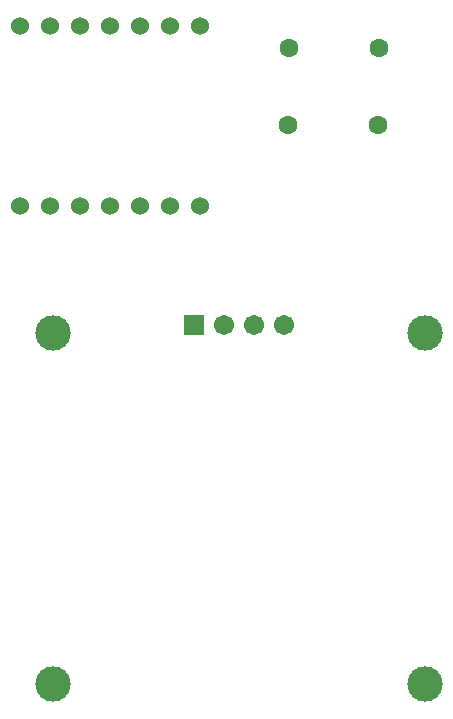
<source format=gbr>
%TF.GenerationSoftware,KiCad,Pcbnew,9.0.2*%
%TF.CreationDate,2025-08-03T00:22:43-03:00*%
%TF.ProjectId,hermes,6865726d-6573-42e6-9b69-6361645f7063,rev?*%
%TF.SameCoordinates,Original*%
%TF.FileFunction,Soldermask,Bot*%
%TF.FilePolarity,Negative*%
%FSLAX46Y46*%
G04 Gerber Fmt 4.6, Leading zero omitted, Abs format (unit mm)*
G04 Created by KiCad (PCBNEW 9.0.2) date 2025-08-03 00:22:43*
%MOMM*%
%LPD*%
G01*
G04 APERTURE LIST*
G04 Aperture macros list*
%AMRoundRect*
0 Rectangle with rounded corners*
0 $1 Rounding radius*
0 $2 $3 $4 $5 $6 $7 $8 $9 X,Y pos of 4 corners*
0 Add a 4 corners polygon primitive as box body*
4,1,4,$2,$3,$4,$5,$6,$7,$8,$9,$2,$3,0*
0 Add four circle primitives for the rounded corners*
1,1,$1+$1,$2,$3*
1,1,$1+$1,$4,$5*
1,1,$1+$1,$6,$7*
1,1,$1+$1,$8,$9*
0 Add four rect primitives between the rounded corners*
20,1,$1+$1,$2,$3,$4,$5,0*
20,1,$1+$1,$4,$5,$6,$7,0*
20,1,$1+$1,$6,$7,$8,$9,0*
20,1,$1+$1,$8,$9,$2,$3,0*%
G04 Aperture macros list end*
%ADD10C,1.524000*%
%ADD11C,1.600000*%
%ADD12C,3.000000*%
%ADD13RoundRect,0.102000X-0.754000X-0.754000X0.754000X-0.754000X0.754000X0.754000X-0.754000X0.754000X0*%
%ADD14C,1.712000*%
G04 APERTURE END LIST*
D10*
%TO.C,U1*%
X117398500Y-49020000D03*
X119938500Y-49020000D03*
X122478500Y-49020000D03*
X125018500Y-49020000D03*
X127558500Y-49020000D03*
X130098500Y-49020000D03*
X132638500Y-49020000D03*
X132638500Y-33780000D03*
X130098500Y-33780000D03*
X127558500Y-33780000D03*
X125018500Y-33780000D03*
X122478500Y-33780000D03*
X119938500Y-33780000D03*
X117398500Y-33780000D03*
%TD*%
D11*
%TO.C,R1*%
X140150000Y-35600000D03*
X147770000Y-35600000D03*
%TD*%
D12*
%TO.C,DS1*%
X120200000Y-59800000D03*
X120200000Y-89500000D03*
X151700000Y-59800000D03*
X151700000Y-89500000D03*
D13*
X132140000Y-59100000D03*
D14*
X134680000Y-59100000D03*
X137220000Y-59100000D03*
X139760000Y-59100000D03*
%TD*%
D11*
%TO.C,R2*%
X140140000Y-42200000D03*
X147760000Y-42200000D03*
%TD*%
M02*

</source>
